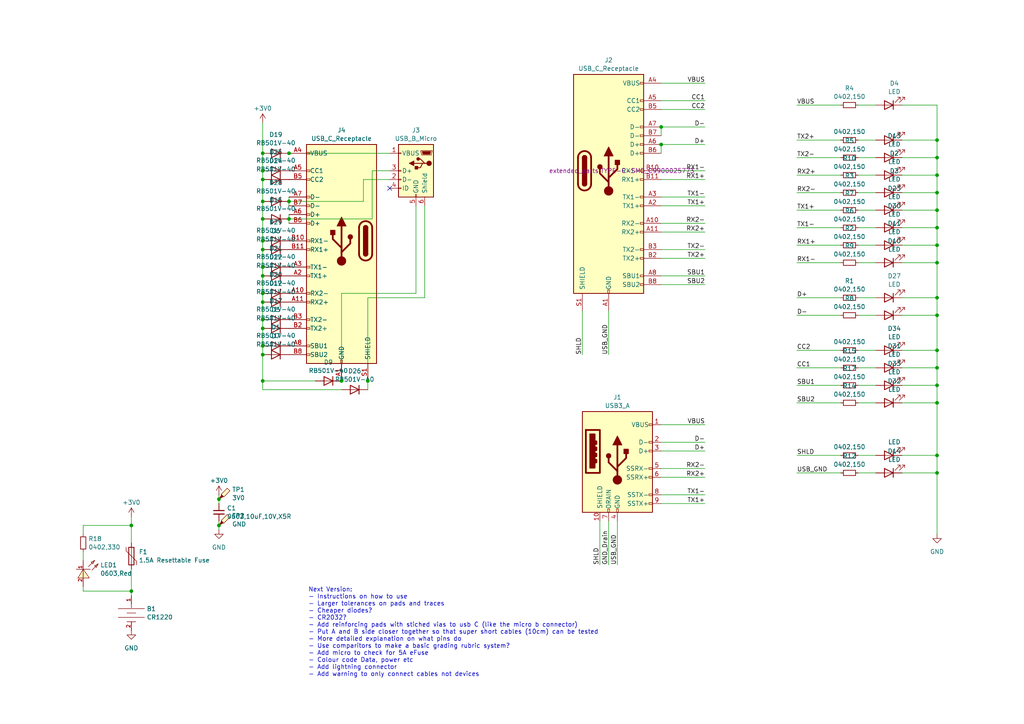
<source format=kicad_sch>
(kicad_sch (version 20231120) (generator "eeschema") (generator_version "8.0")
  (paper "A4")
  (title_block (title "USB Cable Tester") (date "2024-07-22") (rev "1.0") (company "Kea Studios") (comment 1 "Chris Dirks"))
  (lib_symbols
    (symbol "Connector:TestPoint_Probe" (pin_numbers hide) (pin_names (offset 0.762) hide)
      (property "Reference" "TP" (at 1.651 5.842 0))
      (property "Value" "TestPoint_Probe" (at 1.651 4.064 0))
      (symbol "TestPoint_Probe_1_1"
        (pin passive line (at 0 0 90) (length 0) (name "1") (number "1"))
      )
    )
    (symbol "Connector:USB3_A" (pin_names (offset 1.016))
      (property "Reference" "J" (at -10.16 15.24 0))
      (property "Value" "USB3_A" (at 10.16 15.24 0))
      (symbol "USB3_A_1_1"
        (pin power_in line (at 12.7 10.16 180) (length 2.54) (name "VBUS") (number "1"))
        (pin passive line (at -5.08 -17.78 90) (length 2.54) (name "SHIELD") (number "10"))
        (pin bidirectional line (at 12.7 5.08 180) (length 2.54) (name "D-") (number "2"))
        (pin bidirectional line (at 12.7 2.54 180) (length 2.54) (name "D+") (number "3"))
        (pin power_in line (at 0 -17.78 90) (length 2.54) (name "GND") (number "4"))
        (pin output line (at 12.7 -2.54 180) (length 2.54) (name "SSRX-") (number "5"))
        (pin output line (at 12.7 -5.08 180) (length 2.54) (name "SSRX+") (number "6"))
        (pin passive line (at -2.54 -17.78 90) (length 2.54) (name "DRAIN") (number "7"))
        (pin input line (at 12.7 -10.16 180) (length 2.54) (name "SSTX-") (number "8"))
        (pin input line (at 12.7 -12.7 180) (length 2.54) (name "SSTX+") (number "9"))
      )
    )
    (symbol "Connector:USB_B_Micro" (pin_names (offset 1.016))
      (property "Reference" "J" (at -5.08 11.43 0))
      (property "Value" "USB_B_Micro" (at -5.08 8.89 0))
      (symbol "USB_B_Micro_1_1"
        (pin power_out line (at 7.62 5.08 180) (length 2.54) (name "VBUS") (number "1"))
        (pin bidirectional line (at 7.62 -2.54 180) (length 2.54) (name "D-") (number "2"))
        (pin bidirectional line (at 7.62 0 180) (length 2.54) (name "D+") (number "3"))
        (pin passive line (at 7.62 -5.08 180) (length 2.54) (name "ID") (number "4"))
        (pin power_out line (at 0 -10.16 90) (length 2.54) (name "GND") (number "5"))
        (pin passive line (at -2.54 -10.16 90) (length 2.54) (name "Shield") (number "6"))
      )
    )
    (symbol "Connector:USB_C_Receptacle" (pin_names (offset 1.016))
      (property "Reference" "J" (at -10.16 29.21 0))
      (property "Value" "USB_C_Receptacle" (at 10.16 29.21 0))
      (symbol "USB_C_Receptacle_1_1"
        (pin passive line (at 0 -40.64 90) (length 5.08) (name "GND") (number "A1"))
        (pin bidirectional line (at 15.24 -15.24 180) (length 5.08) (name "RX2-") (number "A10"))
        (pin bidirectional line (at 15.24 -17.78 180) (length 5.08) (name "RX2+") (number "A11"))
        (pin passive line (at 0 -40.64 90) (length 5.08) hide (name "GND") (number "A12"))
        (pin bidirectional line (at 15.24 -10.16 180) (length 5.08) (name "TX1+") (number "A2"))
        (pin bidirectional line (at 15.24 -7.62 180) (length 5.08) (name "TX1-") (number "A3"))
        (pin passive line (at 15.24 25.4 180) (length 5.08) (name "VBUS") (number "A4"))
        (pin bidirectional line (at 15.24 20.32 180) (length 5.08) (name "CC1") (number "A5"))
        (pin bidirectional line (at 15.24 7.62 180) (length 5.08) (name "D+") (number "A6"))
        (pin bidirectional line (at 15.24 12.7 180) (length 5.08) (name "D-") (number "A7"))
        (pin bidirectional line (at 15.24 -30.48 180) (length 5.08) (name "SBU1") (number "A8"))
        (pin passive line (at 15.24 25.4 180) (length 5.08) hide (name "VBUS") (number "A9"))
        (pin passive line (at 0 -40.64 90) (length 5.08) hide (name "GND") (number "B1"))
        (pin bidirectional line (at 15.24 0 180) (length 5.08) (name "RX1-") (number "B10"))
        (pin bidirectional line (at 15.24 -2.54 180) (length 5.08) (name "RX1+") (number "B11"))
        (pin passive line (at 0 -40.64 90) (length 5.08) hide (name "GND") (number "B12"))
        (pin bidirectional line (at 15.24 -25.4 180) (length 5.08) (name "TX2+") (number "B2"))
        (pin bidirectional line (at 15.24 -22.86 180) (length 5.08) (name "TX2-") (number "B3"))
        (pin passive line (at 15.24 25.4 180) (length 5.08) hide (name "VBUS") (number "B4"))
        (pin bidirectional line (at 15.24 17.78 180) (length 5.08) (name "CC2") (number "B5"))
        (pin bidirectional line (at 15.24 5.08 180) (length 5.08) (name "D+") (number "B6"))
        (pin bidirectional line (at 15.24 10.16 180) (length 5.08) (name "D-") (number "B7"))
        (pin bidirectional line (at 15.24 -33.02 180) (length 5.08) (name "SBU2") (number "B8"))
        (pin passive line (at 15.24 25.4 180) (length 5.08) hide (name "VBUS") (number "B9"))
        (pin passive line (at -7.62 -40.64 90) (length 5.08) (name "SHIELD") (number "S1"))
      )
    )
    (symbol "Device:D" (pin_numbers hide) (pin_names (offset 1.016) hide)
      (property "Reference" "D" (at 0 2.54 0))
      (property "Value" "D" (at 0 -2.54 0))
      (symbol "D_1_1"
        (pin passive line (at -3.81 0 0) (length 2.54) (name "K") (number "1"))
        (pin passive line (at 3.81 0 180) (length 2.54) (name "A") (number "2"))
      )
    )
    (symbol "Device:LED" (pin_numbers hide) (pin_names (offset 1.016) hide)
      (property "Reference" "D" (at 0 2.54 0))
      (property "Value" "LED" (at 0 -2.54 0))
      (symbol "LED_1_1"
        (pin passive line (at -3.81 0 0) (length 2.54) (name "K") (number "1"))
        (pin passive line (at 3.81 0 180) (length 2.54) (name "A") (number "2"))
      )
    )
    (symbol "Device:Polyfuse" (pin_numbers hide) (pin_names (offset 0))
      (property "Reference" "F" (at -2.54 0 90))
      (property "Value" "Polyfuse" (at 2.54 0 90))
      (symbol "Polyfuse_1_1"
        (pin passive line (at 0 3.81 270) (length 1.27) (name "~") (number "1"))
        (pin passive line (at 0 -3.81 90) (length 1.27) (name "~") (number "2"))
      )
    )
    (symbol "jlcpcb-basic-capacitor:0603,10uF,10V,X5R "
      (property "Reference" "C" (at 1.71 0.508 0))
      (property "Value" "0603,10uF,10V,X5R " (at 1.71 -1.016 0))
      (symbol "0603,10uF,10V,X5R _0_0"
        (pin passive line (at 0 2.54 270) (length 2.032) (name "~") (number "1"))
        (pin passive line (at 0 -2.54 90) (length 2.032) (name "~") (number "2"))
      )
    )
    (symbol "jlcpcb-basic-resistor:0402,150"
      (property "Reference" "R" (at 0.762 0.508 0))
      (property "Value" "0402,150" (at 0.762 -1.016 0))
      (symbol "0402,150_0_0"
        (pin passive line (at 0 2.54 270) (length 0.762) (name "~") (number "1"))
        (pin passive line (at 0 -2.54 90) (length 0.762) (name "~") (number "2"))
      )
    )
    (symbol "jlcpcb-basic-resistor:0402,330"
      (property "Reference" "R" (at 0.762 0.508 0))
      (property "Value" "0402,330" (at 0.762 -1.016 0))
      (symbol "0402,330_0_0"
        (pin passive line (at 0 2.54 270) (length 0.762) (name "~") (number "1"))
        (pin passive line (at 0 -2.54 90) (length 0.762) (name "~") (number "2"))
      )
    )
    (symbol "jlcpcb-diodes:0603,Red" (pin_names hide)
      (property "Reference" "LED" (at 0 1.27 0))
      (property "Value" "0603,Red" (at 0 -2.54 0))
      (symbol "0603,Red_0_1"
        (pin unspecified line (at -3.81 0 0) (length 3.81) (name "K") (number "1"))
        (pin unspecified line (at 3.81 0 180) (length 3.81) (name "A") (number "2"))
      )
    )
    (symbol "jlcpcb-extended:CR1220" (pin_names hide)
      (property "Reference" "B" (at 0 1.27 0))
      (property "Value" "CR1220" (at 0 -2.54 0))
      (symbol "CR1220_0_1"
        (pin power_in line (at -5.08 0 0) (length 2.54) (name "+") (number "1"))
        (pin power_in line (at 5.08 0 180) (length 2.54) (name "-") (number "2"))
      )
    )
    (symbol "power:+3V0" (power) (pin_numbers hide) (pin_names (offset 0) hide)
      (property "Value" "+3V0" (at 0 3.556 0))
      (symbol "+3V0_1_1"
        (pin power_in line (at 0 0 90) (length 0) (name "~") (number "1"))
      )
    )
    (symbol "power:GND" (power) (pin_names (offset 0))
      (property "Value" "GND" (at 0 -3.81 0))
      (symbol "GND_1_1"
        (pin power_in line (at 0 0 270) (length 0) hide (name "GND") (number "1"))
      )
    )
  )
  (junction (at 76.2 110.49))
  (junction (at 99.06 110.49))
  (junction (at 83.82 63.5))
  (junction (at 63.5 152.4))
  (junction (at 83.82 58.42))
  (junction (at 191.77 36.83))
  (junction (at 271.78 132.08))
  (junction (at 76.2 72.39))
  (junction (at 76.2 80.01))
  (junction (at 271.78 60.96))
  (junction (at 271.78 55.88))
  (junction (at 76.2 87.63))
  (junction (at 76.2 69.85))
  (junction (at 76.2 95.25))
  (junction (at 83.82 44.45))
  (junction (at 76.2 63.5))
  (junction (at 271.78 106.68))
  (junction (at 271.78 116.84))
  (junction (at 38.1 171.45))
  (junction (at 38.1 152.4))
  (junction (at 106.68 110.49))
  (junction (at 76.2 44.45))
  (junction (at 271.78 111.76))
  (junction (at 271.78 91.44))
  (junction (at 271.78 50.8))
  (junction (at 271.78 76.2))
  (junction (at 76.2 58.42))
  (junction (at 76.2 100.33))
  (junction (at 271.78 45.72))
  (junction (at 76.2 49.53))
  (junction (at 76.2 77.47))
  (junction (at 76.2 102.87))
  (junction (at 271.78 101.6))
  (junction (at 63.5 144.78))
  (junction (at 271.78 66.04))
  (junction (at 191.77 41.91))
  (junction (at 271.78 137.16))
  (junction (at 271.78 71.12))
  (junction (at 76.2 85.09))
  (junction (at 271.78 40.64))
  (junction (at 271.78 86.36))
  (junction (at 76.2 52.07))
  (junction (at 76.2 92.71))
  (no_connect (at 113.03 54.61))
  (wire (pts (xy 191.77 41.91) (xy 191.77 44.45)))
  (wire (pts (xy 261.62 71.12) (xy 271.78 71.12)))
  (wire (pts (xy 191.77 123.19) (xy 204.47 123.19)))
  (wire (pts (xy 248.92 137.16) (xy 254 137.16)))
  (wire (pts (xy 271.78 116.84) (xy 271.78 132.08)))
  (wire (pts (xy 176.53 151.13) (xy 176.53 163.83)))
  (wire (pts (xy 261.62 55.88) (xy 271.78 55.88)))
  (wire (pts (xy 76.2 72.39) (xy 76.2 77.47)))
  (wire (pts (xy 99.06 113.03) (xy 76.2 113.03)))
  (wire (pts (xy 191.77 128.27) (xy 204.47 128.27)))
  (wire (pts (xy 243.84 132.08) (xy 231.14 132.08)))
  (wire (pts (xy 243.84 40.64) (xy 231.14 40.64)))
  (wire (pts (xy 191.77 36.83) (xy 204.47 36.83)))
  (wire (pts (xy 106.68 86.36) (xy 106.68 110.49)))
  (wire (pts (xy 261.62 66.04) (xy 271.78 66.04)))
  (wire (pts (xy 191.77 24.13) (xy 204.47 24.13)))
  (wire (pts (xy 191.77 135.89) (xy 204.47 135.89)))
  (wire (pts (xy 191.77 41.91) (xy 204.47 41.91)))
  (wire (pts (xy 248.92 111.76) (xy 254 111.76)))
  (wire (pts (xy 243.84 45.72) (xy 231.14 45.72)))
  (wire (pts (xy 76.2 100.33) (xy 76.2 102.87)))
  (wire (pts (xy 191.77 64.77) (xy 204.47 64.77)))
  (wire (pts (xy 248.92 40.64) (xy 254 40.64)))
  (wire (pts (xy 99.06 110.49) (xy 99.06 85.09)))
  (wire (pts (xy 243.84 30.48) (xy 231.14 30.48)))
  (wire (pts (xy 248.92 91.44) (xy 254 91.44)))
  (wire (pts (xy 243.84 55.88) (xy 231.14 55.88)))
  (wire (pts (xy 261.62 101.6) (xy 271.78 101.6)))
  (wire (pts (xy 248.92 30.48) (xy 254 30.48)))
  (wire (pts (xy 76.2 63.5) (xy 76.2 69.85)))
  (wire (pts (xy 248.92 101.6) (xy 254 101.6)))
  (wire (pts (xy 191.77 72.39) (xy 204.47 72.39)))
  (wire (pts (xy 191.77 67.31) (xy 204.47 67.31)))
  (wire (pts (xy 76.2 44.45) (xy 76.2 49.53)))
  (wire (pts (xy 248.92 71.12) (xy 254 71.12)))
  (wire (pts (xy 24.13 152.4) (xy 38.1 152.4)))
  (wire (pts (xy 271.78 30.48) (xy 271.78 40.64)))
  (wire (pts (xy 191.77 130.81) (xy 204.47 130.81)))
  (wire (pts (xy 243.84 76.2) (xy 231.14 76.2)))
  (wire (pts (xy 76.2 110.49) (xy 76.2 102.87)))
  (wire (pts (xy 261.62 111.76) (xy 271.78 111.76)))
  (wire (pts (xy 24.13 152.4) (xy 24.13 154.94)))
  (wire (pts (xy 76.2 95.25) (xy 76.2 100.33)))
  (wire (pts (xy 76.2 113.03) (xy 76.2 110.49)))
  (wire (pts (xy 38.1 152.4) (xy 38.1 157.48)))
  (wire (pts (xy 105.41 58.42) (xy 105.41 52.07)))
  (wire (pts (xy 83.82 63.5) (xy 83.82 64.77)))
  (wire (pts (xy 261.62 91.44) (xy 271.78 91.44)))
  (wire (pts (xy 99.06 85.09) (xy 120.65 85.09)))
  (wire (pts (xy 76.2 85.09) (xy 76.2 87.63)))
  (wire (pts (xy 271.78 76.2) (xy 271.78 86.36)))
  (wire (pts (xy 76.2 87.63) (xy 76.2 92.71)))
  (wire (pts (xy 179.07 151.13) (xy 179.07 163.83)))
  (wire (pts (xy 248.92 106.68) (xy 254 106.68)))
  (wire (pts (xy 191.77 138.43) (xy 204.47 138.43)))
  (wire (pts (xy 107.95 63.5) (xy 107.95 49.53)))
  (wire (pts (xy 243.84 50.8) (xy 231.14 50.8)))
  (wire (pts (xy 38.1 149.86) (xy 38.1 152.4)))
  (wire (pts (xy 191.77 36.83) (xy 191.77 39.37)))
  (wire (pts (xy 24.13 171.45) (xy 38.1 171.45)))
  (wire (pts (xy 271.78 91.44) (xy 271.78 101.6)))
  (wire (pts (xy 261.62 30.48) (xy 271.78 30.48)))
  (wire (pts (xy 83.82 62.23) (xy 83.82 63.5)))
  (wire (pts (xy 24.13 162.56) (xy 24.13 160.02)))
  (wire (pts (xy 261.62 60.96) (xy 271.78 60.96)))
  (wire (pts (xy 76.2 92.71) (xy 76.2 95.25)))
  (wire (pts (xy 76.2 69.85) (xy 76.2 72.39)))
  (wire (pts (xy 271.78 40.64) (xy 271.78 45.72)))
  (wire (pts (xy 248.92 76.2) (xy 254 76.2)))
  (wire (pts (xy 261.62 76.2) (xy 271.78 76.2)))
  (wire (pts (xy 76.2 77.47) (xy 76.2 80.01)))
  (wire (pts (xy 248.92 55.88) (xy 254 55.88)))
  (wire (pts (xy 271.78 45.72) (xy 271.78 50.8)))
  (wire (pts (xy 248.92 132.08) (xy 254 132.08)))
  (wire (pts (xy 243.84 71.12) (xy 231.14 71.12)))
  (wire (pts (xy 76.2 110.49) (xy 91.44 110.49)))
  (wire (pts (xy 243.84 116.84) (xy 231.14 116.84)))
  (wire (pts (xy 243.84 91.44) (xy 231.14 91.44)))
  (wire (pts (xy 271.78 71.12) (xy 271.78 76.2)))
  (wire (pts (xy 271.78 101.6) (xy 271.78 106.68)))
  (wire (pts (xy 191.77 74.93) (xy 204.47 74.93)))
  (wire (pts (xy 261.62 45.72) (xy 271.78 45.72)))
  (wire (pts (xy 261.62 40.64) (xy 271.78 40.64)))
  (wire (pts (xy 248.92 66.04) (xy 254 66.04)))
  (wire (pts (xy 243.84 60.96) (xy 231.14 60.96)))
  (wire (pts (xy 63.5 144.78) (xy 63.5 146.05)))
  (wire (pts (xy 38.1 165.1) (xy 38.1 171.45)))
  (wire (pts (xy 106.68 110.49) (xy 106.68 113.03)))
  (wire (pts (xy 83.82 57.15) (xy 83.82 58.42)))
  (wire (pts (xy 271.78 50.8) (xy 271.78 55.88)))
  (wire (pts (xy 76.2 58.42) (xy 76.2 63.5)))
  (wire (pts (xy 176.53 90.17) (xy 176.53 102.87)))
  (wire (pts (xy 271.78 86.36) (xy 271.78 91.44)))
  (wire (pts (xy 191.77 52.07) (xy 204.47 52.07)))
  (wire (pts (xy 248.92 50.8) (xy 254 50.8)))
  (wire (pts (xy 105.41 52.07) (xy 113.03 52.07)))
  (wire (pts (xy 261.62 116.84) (xy 271.78 116.84)))
  (wire (pts (xy 243.84 101.6) (xy 231.14 101.6)))
  (wire (pts (xy 271.78 137.16) (xy 271.78 154.94)))
  (wire (pts (xy 248.92 116.84) (xy 254 116.84)))
  (wire (pts (xy 83.82 63.5) (xy 107.95 63.5)))
  (wire (pts (xy 261.62 137.16) (xy 271.78 137.16)))
  (wire (pts (xy 191.77 49.53) (xy 204.47 49.53)))
  (wire (pts (xy 63.5 152.4) (xy 63.5 151.13)))
  (wire (pts (xy 271.78 55.88) (xy 271.78 60.96)))
  (wire (pts (xy 243.84 111.76) (xy 231.14 111.76)))
  (wire (pts (xy 191.77 59.69) (xy 204.47 59.69)))
  (wire (pts (xy 191.77 146.05) (xy 204.47 146.05)))
  (wire (pts (xy 261.62 106.68) (xy 271.78 106.68)))
  (wire (pts (xy 243.84 66.04) (xy 231.14 66.04)))
  (wire (pts (xy 63.5 143.51) (xy 63.5 144.78)))
  (wire (pts (xy 261.62 132.08) (xy 271.78 132.08)))
  (wire (pts (xy 243.84 137.16) (xy 231.14 137.16)))
  (wire (pts (xy 191.77 31.75) (xy 204.47 31.75)))
  (wire (pts (xy 248.92 86.36) (xy 254 86.36)))
  (wire (pts (xy 261.62 86.36) (xy 271.78 86.36)))
  (wire (pts (xy 271.78 66.04) (xy 271.78 71.12)))
  (wire (pts (xy 243.84 106.68) (xy 231.14 106.68)))
  (wire (pts (xy 123.19 59.69) (xy 123.19 86.36)))
  (wire (pts (xy 191.77 29.21) (xy 204.47 29.21)))
  (wire (pts (xy 123.19 86.36) (xy 106.68 86.36)))
  (wire (pts (xy 63.5 153.67) (xy 63.5 152.4)))
  (wire (pts (xy 248.92 45.72) (xy 254 45.72)))
  (wire (pts (xy 271.78 106.68) (xy 271.78 111.76)))
  (wire (pts (xy 24.13 170.18) (xy 24.13 171.45)))
  (wire (pts (xy 191.77 80.01) (xy 204.47 80.01)))
  (wire (pts (xy 243.84 86.36) (xy 231.14 86.36)))
  (wire (pts (xy 191.77 143.51) (xy 204.47 143.51)))
  (wire (pts (xy 271.78 60.96) (xy 271.78 66.04)))
  (wire (pts (xy 168.91 90.17) (xy 168.91 102.87)))
  (wire (pts (xy 76.2 80.01) (xy 76.2 85.09)))
  (wire (pts (xy 38.1 171.45) (xy 38.1 172.72)))
  (wire (pts (xy 107.95 49.53) (xy 113.03 49.53)))
  (wire (pts (xy 76.2 49.53) (xy 76.2 52.07)))
  (wire (pts (xy 261.62 50.8) (xy 271.78 50.8)))
  (wire (pts (xy 76.2 35.56) (xy 76.2 44.45)))
  (wire (pts (xy 83.82 58.42) (xy 83.82 59.69)))
  (wire (pts (xy 83.82 58.42) (xy 105.41 58.42)))
  (wire (pts (xy 191.77 57.15) (xy 204.47 57.15)))
  (wire (pts (xy 248.92 60.96) (xy 254 60.96)))
  (wire (pts (xy 120.65 85.09) (xy 120.65 59.69)))
  (wire (pts (xy 271.78 132.08) (xy 271.78 137.16)))
  (wire (pts (xy 173.99 151.13) (xy 173.99 163.83)))
  (wire (pts (xy 191.77 82.55) (xy 204.47 82.55)))
  (wire (pts (xy 271.78 111.76) (xy 271.78 116.84)))
  (wire (pts (xy 76.2 52.07) (xy 76.2 58.42)))
  (wire (pts (xy 83.82 44.45) (xy 113.03 44.45)))
  (text "Next Version:\n- Instructions on how to use\n- Larger tolerances on pads and traces\n- Cheaper diodes?\n- CR2032?\n- Add reinforcing pads with stiched vias to usb C (like the micro b connector)\n- Put A and B side closer together so that super short cables (10cm) can be tested\n- More detailed explanation on what pins do\n- Use comparitors to make a basic grading rubric system?\n- Add micro to check for 5A eFuse\n- Colour code Data, power etc\n- Add lightning connector\n- Add warning to only connect cables not devices" (at 89.408 183.388 0) (effects (font (size 1.27 1.27)) (justify left)))
  (label "SHLD" (at 173.99 163.83 90))
  (label "RX2-" (at 204.47 135.89 180))
  (label "TX2-" (at 204.47 72.39 180))
  (label "RX2+" (at 204.47 138.43 180))
  (label "VBUS" (at 204.47 24.13 180))
  (label "TX1+" (at 231.14 60.96 0))
  (label "RX1+" (at 231.14 71.12 0))
  (label "RX2-" (at 204.47 64.77 180))
  (label "TX2-" (at 231.14 45.72 0))
  (label "D+" (at 231.14 86.36 0))
  (label "D-" (at 231.14 91.44 0))
  (label "D+" (at 204.47 130.81 180))
  (label "SHLD" (at 168.91 102.87 90))
  (label "RX1-" (at 231.14 76.2 0))
  (label "TX1-" (at 204.47 143.51 180))
  (label "D-" (at 204.47 36.83 180))
  (label "VBUS" (at 204.47 123.19 180))
  (label "TX2+" (at 231.14 40.64 0))
  (label "CC1" (at 231.14 106.68 0))
  (label "VBUS" (at 231.14 30.48 0))
  (label "USB_GND" (at 176.53 102.87 90))
  (label "RX1-" (at 204.47 49.53 180))
  (label "SBU2" (at 204.47 82.55 180))
  (label "USB_GND" (at 231.14 137.16 0))
  (label "USB_GND" (at 179.07 163.83 90))
  (label "TX1+" (at 204.47 146.05 180))
  (label "RX2+" (at 231.14 50.8 0))
  (label "D-" (at 204.47 128.27 180))
  (label "CC2" (at 231.14 101.6 0))
  (label "SBU1" (at 204.47 80.01 180))
  (label "TX1-" (at 231.14 66.04 0))
  (label "CC1" (at 204.47 29.21 180))
  (label "RX2+" (at 204.47 67.31 180))
  (label "TX1+" (at 204.47 59.69 180))
  (label "SBU1" (at 231.14 111.76 0))
  (label "RX2-" (at 231.14 55.88 0))
  (label "TX2+" (at 204.47 74.93 180))
  (label "GND_Drain" (at 176.53 163.83 90))
  (label "SHLD" (at 231.14 132.08 0))
  (label "TX1-" (at 204.47 57.15 180))
  (label "D+" (at 204.47 41.91 180))
  (label "SBU2" (at 231.14 116.84 0))
  (label "CC2" (at 204.47 31.75 180))
  (label "RX1+" (at 204.47 52.07 180))
  (symbol (lib_id "Device:D") (at 80.01 77.47 180) (unit 1)
    (property "Reference" "D21" (at 80.01 72.0555 0))
    (property "Value" "RB501V-40" (at 80.01 74.4798 0))
    (property "Footprint" "Diode_SMD:D_SOD-323" (effects (hide yes)))
    (property "Description" "Diode" (effects (hide yes)))
    (property "Sim.Device" "D" (effects (hide yes)))
    (property "Sim.Pins" "1=K 2=A" (effects (hide yes)))
    (property "LCSC" "C7502717" (effects (hide yes)))
  )
  (symbol (lib_id "power:GND") (at 38.1 182.88 0) (unit 1)
    (property "Reference" "#PWR02" (effects (hide yes)))
    (property "Value" "GND" (at 38.1 187.96 0))
  )
  (symbol (lib_id "jlcpcb-diodes:0603,Red") (at 24.13 166.37 270) (unit 1)
    (property "Reference" "LED1" (at 29.083 163.8878 90) (effects (justify left)))
    (property "Value" "0603,Red" (at 29.083 166.3121 90) (effects (justify left)))
    (property "Footprint" "footprint:LED0603" (effects (hide yes)))
    (property "Datasheet" "https://item.szlcsc.com/347874.html" (effects (hide yes)))
    (property "LCSC" "C2286" (effects (hide yes)))
  )
  (symbol (lib_id "jlcpcb-basic-resistor:0402,150") (at 246.38 111.76 90) (unit 1)
    (property "Reference" "R17" (at 246.38 106.8789 90))
    (property "Value" "0402,150" (at 246.38 109.3032 90))
    (property "Footprint" "footprint:0402_1005Metric" (effects (hide yes)))
    (property "Datasheet" "https://datasheet.lcsc.com/lcsc/2110252230_UNI-ROYAL-Uniroyal-Elec-0402WGF1500TCE_C25082.pdf" (effects (hide yes)))
    (property "Description" "1% 1 16W Thick Film Resistors 50V   100ppm    -55    155   150   0402 Chip Resistor - Surface Mount ROHS" (effects (hide yes)))
    (property "LCSC" "C25082" (effects (hide yes)))
    (property "MFG" "UNI-ROYAL(Uniroyal Elec)" (effects (hide yes)))
    (property "MFGPN" "0402WGF1500TCE" (effects (hide yes)))
  )
  (symbol (lib_id "Device:D") (at 80.01 69.85 180) (unit 1)
    (property "Reference" "D29" (at 80.01 64.4355 0))
    (property "Value" "RB501V-40" (at 80.01 66.8598 0))
    (property "Footprint" "Diode_SMD:D_SOD-323" (effects (hide yes)))
    (property "Description" "Diode" (effects (hide yes)))
    (property "Sim.Device" "D" (effects (hide yes)))
    (property "Sim.Pins" "1=K 2=A" (effects (hide yes)))
    (property "LCSC" "C7502717" (effects (hide yes)))
  )
  (symbol (lib_id "jlcpcb-basic-resistor:0402,150") (at 246.38 91.44 90) (unit 1)
    (property "Reference" "R8" (at 246.38 86.5589 90))
    (property "Value" "0402,150" (at 246.38 88.9832 90))
    (property "Footprint" "footprint:0402_1005Metric" (effects (hide yes)))
    (property "Datasheet" "https://datasheet.lcsc.com/lcsc/2110252230_UNI-ROYAL-Uniroyal-Elec-0402WGF1500TCE_C25082.pdf" (effects (hide yes)))
    (property "Description" "1% 1 16W Thick Film Resistors 50V   100ppm    -55    155   150   0402 Chip Resistor - Surface Mount ROHS" (effects (hide yes)))
    (property "LCSC" "C25082" (effects (hide yes)))
    (property "MFG" "UNI-ROYAL(Uniroyal Elec)" (effects (hide yes)))
    (property "MFGPN" "0402WGF1500TCE" (effects (hide yes)))
  )
  (symbol (lib_id "jlcpcb-basic-resistor:0402,150") (at 246.38 116.84 90) (unit 1)
    (property "Reference" "R14" (at 246.38 111.9589 90))
    (property "Value" "0402,150" (at 246.38 114.3832 90))
    (property "Footprint" "footprint:0402_1005Metric" (effects (hide yes)))
    (property "Datasheet" "https://datasheet.lcsc.com/lcsc/2110252230_UNI-ROYAL-Uniroyal-Elec-0402WGF1500TCE_C25082.pdf" (effects (hide yes)))
    (property "Description" "1% 1 16W Thick Film Resistors 50V   100ppm    -55    155   150   0402 Chip Resistor - Surface Mount ROHS" (effects (hide yes)))
    (property "LCSC" "C25082" (effects (hide yes)))
    (property "MFG" "UNI-ROYAL(Uniroyal Elec)" (effects (hide yes)))
    (property "MFGPN" "0402WGF1500TCE" (effects (hide yes)))
  )
  (symbol (lib_id "jlcpcb-basic-resistor:0402,330") (at 24.13 157.48 0) (unit 1)
    (property "Reference" "R18" (at 25.6286 156.2678 0) (effects (justify left)))
    (property "Value" "0402,330" (at 25.6286 158.6921 0) (effects (justify left)))
    (property "Footprint" "footprint:0402_1005Metric" (effects (hide yes)))
    (property "Datasheet" "https://datasheet.lcsc.com/lcsc/2110252230_UNI-ROYAL-Uniroyal-Elec-0402WGF3300TCE_C25104.pdf" (effects (hide yes)))
    (property "Description" "1% 1 16W Thick Film Resistors 50V   100ppm    -55    155   330   0402 Chip Resistor - Surface Mount ROHS" (effects (hide yes)))
    (property "LCSC" "C25104" (effects (hide yes)))
    (property "MFG" "UNI-ROYAL(Uniroyal Elec)" (effects (hide yes)))
    (property "MFGPN" "0402WGF3300TCE" (effects (hide yes)))
  )
  (symbol (lib_id "jlcpcb-basic-resistor:0402,150") (at 246.38 101.6 90) (unit 1)
    (property "Reference" "R16" (effects (hide yes)))
    (property "Value" "0402,150" (at 246.38 99.1432 90))
    (property "Footprint" "footprint:0402_1005Metric" (effects (hide yes)))
    (property "Datasheet" "https://datasheet.lcsc.com/lcsc/2110252230_UNI-ROYAL-Uniroyal-Elec-0402WGF1500TCE_C25082.pdf" (effects (hide yes)))
    (property "Description" "1% 1 16W Thick Film Resistors 50V   100ppm    -55    155   150   0402 Chip Resistor - Surface Mount ROHS" (effects (hide yes)))
    (property "LCSC" "C25082" (effects (hide yes)))
    (property "MFG" "UNI-ROYAL(Uniroyal Elec)" (effects (hide yes)))
    (property "MFGPN" "0402WGF1500TCE" (effects (hide yes)))
  )
  (symbol (lib_id "power:+3V0") (at 38.1 149.86 0) (unit 1)
    (property "Reference" "#PWR05" (effects (hide yes)))
    (property "Value" "+3V0" (at 38.1 145.7269 0))
    (property "Description" "Power symbol creates a global label with name \"+3V0\"" (effects (hide yes)))
  )
  (symbol (lib_id "jlcpcb-basic-resistor:0402,150") (at 246.38 76.2 90) (unit 1)
    (property "Reference" "R9" (at 246.38 71.3189 90))
    (property "Value" "0402,150" (at 246.38 73.7432 90))
    (property "Footprint" "footprint:0402_1005Metric" (effects (hide yes)))
    (property "Datasheet" "https://datasheet.lcsc.com/lcsc/2110252230_UNI-ROYAL-Uniroyal-Elec-0402WGF1500TCE_C25082.pdf" (effects (hide yes)))
    (property "Description" "1% 1 16W Thick Film Resistors 50V   100ppm    -55    155   150   0402 Chip Resistor - Surface Mount ROHS" (effects (hide yes)))
    (property "LCSC" "C25082" (effects (hide yes)))
    (property "MFG" "UNI-ROYAL(Uniroyal Elec)" (effects (hide yes)))
    (property "MFGPN" "0402WGF1500TCE" (effects (hide yes)))
  )
  (symbol (lib_id "Connector:USB_B_Micro") (at 120.65 49.53 0) (mirror y) (unit 1)
    (property "Reference" "J3" (at 120.65 37.7655 0))
    (property "Value" "USB_B_Micro" (at 120.65 40.1898 0))
    (property "Footprint" "Connector_USB:USB_Micro-B_XKB_U254-051T-4BH83-F1S" (effects (hide yes)))
    (property "Description" "USB Micro Type B connector" (effects (hide yes)))
    (property "LCSC" "C2682231" (effects (hide yes)))
  )
  (symbol (lib_id "Connector:TestPoint_Probe") (at 63.5 152.4 0) (unit 1)
    (property "Reference" "TP2" (at 67.31 149.6003 0) (effects (justify left)))
    (property "Value" "GND" (at 67.31 152.0246 0) (effects (justify left)))
    (property "Footprint" "TestPoint:TestPoint_Loop_D1.80mm_Drill1.0mm_Beaded" (effects (hide yes)))
    (property "Description" "test point (alternative probe-style design)" (effects (hide yes)))
  )
  (symbol (lib_id "Device:LED") (at 257.81 30.48 180) (unit 1)
    (property "Reference" "D4" (at 259.3975 24.1765 0))
    (property "Value" "LED" (at 259.3975 26.6008 0))
    (property "Footprint" "LED_SMD:LED_0603_1608Metric" (effects (hide yes)))
    (property "Description" "Light emitting diode" (effects (hide yes)))
    (property "LCSC" "C2986059" (effects (hide yes)))
  )
  (symbol (lib_id "jlcpcb-basic-resistor:0402,150") (at 246.38 137.16 90) (unit 1)
    (property "Reference" "R12" (at 246.38 132.2789 90))
    (property "Value" "0402,150" (at 246.38 134.7032 90))
    (property "Footprint" "footprint:0402_1005Metric" (effects (hide yes)))
    (property "Datasheet" "https://datasheet.lcsc.com/lcsc/2110252230_UNI-ROYAL-Uniroyal-Elec-0402WGF1500TCE_C25082.pdf" (effects (hide yes)))
    (property "Description" "1% 1 16W Thick Film Resistors 50V   100ppm    -55    155   150   0402 Chip Resistor - Surface Mount ROHS" (effects (hide yes)))
    (property "LCSC" "C25082" (effects (hide yes)))
    (property "MFG" "UNI-ROYAL(Uniroyal Elec)" (effects (hide yes)))
    (property "MFGPN" "0402WGF1500TCE" (effects (hide yes)))
  )
  (symbol (lib_id "jlcpcb-basic-resistor:0402,150") (at 246.38 40.64 90) (unit 1)
    (property "Reference" "R11" (effects (hide yes)))
    (property "Value" "0402,150" (at 246.38 38.1832 90))
    (property "Footprint" "footprint:0402_1005Metric" (effects (hide yes)))
    (property "Datasheet" "https://datasheet.lcsc.com/lcsc/2110252230_UNI-ROYAL-Uniroyal-Elec-0402WGF1500TCE_C25082.pdf" (effects (hide yes)))
    (property "Description" "1% 1 16W Thick Film Resistors 50V   100ppm    -55    155   150   0402 Chip Resistor - Surface Mount ROHS" (effects (hide yes)))
    (property "LCSC" "C25082" (effects (hide yes)))
    (property "MFG" "UNI-ROYAL(Uniroyal Elec)" (effects (hide yes)))
    (property "MFGPN" "0402WGF1500TCE" (effects (hide yes)))
  )
  (symbol (lib_id "jlcpcb-basic-resistor:0402,150") (at 246.38 55.88 90) (unit 1)
    (property "Reference" "R3" (at 246.38 50.9989 90))
    (property "Value" "0402,150" (at 246.38 53.4232 90))
    (property "Footprint" "footprint:0402_1005Metric" (effects (hide yes)))
    (property "Datasheet" "https://datasheet.lcsc.com/lcsc/2110252230_UNI-ROYAL-Uniroyal-Elec-0402WGF1500TCE_C25082.pdf" (effects (hide yes)))
    (property "Description" "1% 1 16W Thick Film Resistors 50V   100ppm    -55    155   150   0402 Chip Resistor - Surface Mount ROHS" (effects (hide yes)))
    (property "LCSC" "C25082" (effects (hide yes)))
    (property "MFG" "UNI-ROYAL(Uniroyal Elec)" (effects (hide yes)))
    (property "MFGPN" "0402WGF1500TCE" (effects (hide yes)))
  )
  (symbol (lib_id "Device:D") (at 80.01 72.39 180) (unit 1)
    (property "Reference" "D6" (at 80.01 66.9755 0))
    (property "Value" "RB501V-40" (at 80.01 69.3998 0))
    (property "Footprint" "Diode_SMD:D_SOD-323" (effects (hide yes)))
    (property "Description" "Diode" (effects (hide yes)))
    (property "Sim.Device" "D" (effects (hide yes)))
    (property "Sim.Pins" "1=K 2=A" (effects (hide yes)))
    (property "LCSC" "C7502717" (effects (hide yes)))
  )
  (symbol (lib_id "Device:Polyfuse") (at 38.1 161.29 0) (unit 1)
    (property "Reference" "F1" (at 40.259 160.0778 0) (effects (justify left)))
    (property "Value" "1.5A Resettable Fuse" (at 40.259 162.5021 0) (effects (justify left)))
    (property "Footprint" "Fuse:Fuse_1206_3216Metric" (effects (hide yes)))
    (property "Description" "Resettable fuse, polymeric positive temperature coefficient" (effects (hide yes)))
    (property "LCSC" "C2838983" (effects (hide yes)))
  )
  (symbol (lib_id "Device:D") (at 80.01 63.5 180) (unit 1)
    (property "Reference" "D15" (at 80.01 58.0855 0))
    (property "Value" "RB501V-40" (at 80.01 60.5098 0))
    (property "Footprint" "Diode_SMD:D_SOD-323" (effects (hide yes)))
    (property "Description" "Diode" (effects (hide yes)))
    (property "Sim.Device" "D" (effects (hide yes)))
    (property "Sim.Pins" "1=K 2=A" (effects (hide yes)))
    (property "LCSC" "C7502717" (effects (hide yes)))
  )
  (symbol (lib_id "Device:LED") (at 257.81 50.8 180) (unit 1)
    (property "Reference" "D2" (at 259.3975 44.4965 0))
    (property "Value" "LED" (at 259.3975 46.9208 0))
    (property "Footprint" "LED_SMD:LED_0603_1608Metric" (effects (hide yes)))
    (property "Description" "Light emitting diode" (effects (hide yes)))
    (property "LCSC" "C2986059" (effects (hide yes)))
  )
  (symbol (lib_id "Device:LED") (at 257.81 45.72 180) (unit 1)
    (property "Reference" "D13" (at 259.3975 39.4165 0))
    (property "Value" "LED" (at 259.3975 41.8408 0))
    (property "Footprint" "LED_SMD:LED_0603_1608Metric" (effects (hide yes)))
    (property "Description" "Light emitting diode" (effects (hide yes)))
    (property "LCSC" "C2986059" (effects (hide yes)))
  )
  (symbol (lib_id "Device:LED") (at 257.81 101.6 180) (unit 1)
    (property "Reference" "D34" (at 259.3975 95.2965 0))
    (property "Value" "LED" (at 259.3975 97.7208 0))
    (property "Footprint" "LED_SMD:LED_0603_1608Metric" (effects (hide yes)))
    (property "Description" "Light emitting diode" (effects (hide yes)))
    (property "LCSC" "C2986059" (effects (hide yes)))
  )
  (symbol (lib_id "jlcpcb-basic-resistor:0402,150") (at 246.38 50.8 90) (unit 1)
    (property "Reference" "R10" (at 246.38 45.9189 90))
    (property "Value" "0402,150" (at 246.38 48.3432 90))
    (property "Footprint" "footprint:0402_1005Metric" (effects (hide yes)))
    (property "Datasheet" "https://datasheet.lcsc.com/lcsc/2110252230_UNI-ROYAL-Uniroyal-Elec-0402WGF1500TCE_C25082.pdf" (effects (hide yes)))
    (property "Description" "1% 1 16W Thick Film Resistors 50V   100ppm    -55    155   150   0402 Chip Resistor - Surface Mount ROHS" (effects (hide yes)))
    (property "LCSC" "C25082" (effects (hide yes)))
    (property "MFG" "UNI-ROYAL(Uniroyal Elec)" (effects (hide yes)))
    (property "MFGPN" "0402WGF1500TCE" (effects (hide yes)))
  )
  (symbol (lib_id "Device:D") (at 102.87 113.03 180) (unit 1)
    (property "Reference" "D26" (at 102.87 107.6155 0))
    (property "Value" "RB501V-40" (at 102.87 110.0398 0))
    (property "Footprint" "Diode_SMD:D_SOD-323" (effects (hide yes)))
    (property "Description" "Diode" (effects (hide yes)))
    (property "Sim.Device" "D" (effects (hide yes)))
    (property "Sim.Pins" "1=K 2=A" (effects (hide yes)))
    (property "LCSC" "C7502717" (effects (hide yes)))
  )
  (symbol (lib_id "Connector:USB_C_Receptacle") (at 176.53 49.53 0) (unit 1)
    (property "Reference" "J2" (at 176.53 17.4455 0))
    (property "Value" "USB_C_Receptacle" (at 176.53 19.8698 0))
    (property "Footprint" "extended_parts:TYPE-C-SMD_C9900025773" (at 180.34 49.53 0))
    (property "Datasheet" "https://www.usb.org/sites/default/files/documents/usb_type-c.zip" (effects (hide yes)))
    (property "Description" "USB Full-Featured Type-C Receptacle connector" (effects (hide yes)))
    (property "LCSC" "C5156605" (effects (hide yes)))
  )
  (symbol (lib_id "Device:D") (at 80.01 58.42 180) (unit 1)
    (property "Reference" "D28" (at 80.01 53.0055 0))
    (property "Value" "RB501V-40" (at 80.01 55.4298 0))
    (property "Footprint" "Diode_SMD:D_SOD-323" (effects (hide yes)))
    (property "Description" "Diode" (effects (hide yes)))
    (property "Sim.Device" "D" (effects (hide yes)))
    (property "Sim.Pins" "1=K 2=A" (effects (hide yes)))
    (property "LCSC" "C7502717" (effects (hide yes)))
  )
  (symbol (lib_id "Connector:USB_C_Receptacle") (at 99.06 69.85 0) (mirror y) (unit 1)
    (property "Reference" "J4" (at 99.06 37.7655 0))
    (property "Value" "USB_C_Receptacle" (at 99.06 40.1898 0))
    (property "Footprint" "extended_parts:TYPE-C-SMD_C9900025773" (effects (hide yes)))
    (property "Datasheet" "https://www.usb.org/sites/default/files/documents/usb_type-c.zip" (effects (hide yes)))
    (property "Description" "USB Full-Featured Type-C Receptacle connector" (effects (hide yes)))
    (property "LCSC" "C5156605" (effects (hide yes)))
  )
  (symbol (lib_id "Device:LED") (at 257.81 66.04 180) (unit 1)
    (property "Reference" "D30" (at 259.3975 59.7365 0))
    (property "Value" "LED" (at 259.3975 62.1608 0))
    (property "Footprint" "LED_SMD:LED_0603_1608Metric" (effects (hide yes)))
    (property "Description" "Light emitting diode" (effects (hide yes)))
    (property "LCSC" "C2986059" (effects (hide yes)))
  )
  (symbol (lib_id "Device:LED") (at 257.81 55.88 180) (unit 1)
    (property "Reference" "D3" (at 259.3975 49.5765 0))
    (property "Value" "LED" (at 259.3975 52.0008 0))
    (property "Footprint" "LED_SMD:LED_0603_1608Metric" (effects (hide yes)))
    (property "Description" "Light emitting diode" (effects (hide yes)))
    (property "LCSC" "C2986059" (effects (hide yes)))
  )
  (symbol (lib_id "Device:D") (at 80.01 49.53 180) (unit 1)
    (property "Reference" "D25" (at 80.01 44.1155 0))
    (property "Value" "RB501V-40" (at 80.01 46.5398 0))
    (property "Footprint" "Diode_SMD:D_SOD-323" (effects (hide yes)))
    (property "Description" "Diode" (effects (hide yes)))
    (property "Sim.Device" "D" (effects (hide yes)))
    (property "Sim.Pins" "1=K 2=A" (effects (hide yes)))
    (property "LCSC" "C7502717" (effects (hide yes)))
  )
  (symbol (lib_id "Device:LED") (at 257.81 86.36 180) (unit 1)
    (property "Reference" "D27" (at 259.3975 80.0565 0))
    (property "Value" "LED" (at 259.3975 82.4808 0))
    (property "Footprint" "LED_SMD:LED_0603_1608Metric" (effects (hide yes)))
    (property "Description" "Light emitting diode" (effects (hide yes)))
    (property "LCSC" "C2986059" (effects (hide yes)))
  )
  (symbol (lib_id "power:GND") (at 271.78 154.94 0) (unit 1)
    (property "Reference" "#PWR04" (effects (hide yes)))
    (property "Value" "GND" (at 271.78 160.02 0))
  )
  (symbol (lib_id "Device:D") (at 80.01 85.09 180) (unit 1)
    (property "Reference" "D20" (at 80.01 79.6755 0))
    (property "Value" "RB501V-40" (at 80.01 82.0998 0))
    (property "Footprint" "Diode_SMD:D_SOD-323" (effects (hide yes)))
    (property "Description" "Diode" (effects (hide yes)))
    (property "Sim.Device" "D" (effects (hide yes)))
    (property "Sim.Pins" "1=K 2=A" (effects (hide yes)))
    (property "LCSC" "C7502717" (effects (hide yes)))
  )
  (symbol (lib_id "jlcpcb-extended:CR1220") (at 38.1 177.8 270) (unit 1)
    (property "Reference" "B1" (at 42.545 176.5878 90) (effects (justify left)))
    (property "Value" "CR1220" (at 42.545 179.0121 90) (effects (justify left)))
    (property "Footprint" "footprint:BAT-SMD_BS-12-B2AA002" (effects (hide yes)))
    (property "Datasheet" "https://atta.szlcsc.com/upload/public/pdf/source/20201231/C964721_199C6EC0B9FA2987F2BCCA5E127C88A0.pdf" (effects (hide yes)))
    (property "LCSC" "C964721" (effects (hide yes)))
  )
  (symbol (lib_id "Device:LED") (at 257.81 132.08 180) (unit 1)
    (property "Reference" "D18" (effects (hide yes)))
    (property "Value" "LED" (at 259.3975 128.2008 0))
    (property "Footprint" "LED_SMD:LED_0603_1608Metric" (effects (hide yes)))
    (property "Description" "Light emitting diode" (effects (hide yes)))
    (property "LCSC" "C2986059" (effects (hide yes)))
  )
  (symbol (lib_id "Device:D") (at 80.01 80.01 180) (unit 1)
    (property "Reference" "D22" (at 80.01 74.5955 0))
    (property "Value" "RB501V-40" (at 80.01 77.0198 0))
    (property "Footprint" "Diode_SMD:D_SOD-323" (effects (hide yes)))
    (property "Description" "Diode" (effects (hide yes)))
    (property "Sim.Device" "D" (effects (hide yes)))
    (property "Sim.Pins" "1=K 2=A" (effects (hide yes)))
    (property "LCSC" "C7502717" (effects (hide yes)))
  )
  (symbol (lib_id "Device:D") (at 80.01 102.87 180) (unit 1)
    (property "Reference" "D7" (at 80.01 97.4555 0))
    (property "Value" "RB501V-40" (at 80.01 99.8798 0))
    (property "Footprint" "Diode_SMD:D_SOD-323" (effects (hide yes)))
    (property "Description" "Diode" (effects (hide yes)))
    (property "Sim.Device" "D" (effects (hide yes)))
    (property "Sim.Pins" "1=K 2=A" (effects (hide yes)))
    (property "LCSC" "C7502717" (effects (hide yes)))
  )
  (symbol (lib_id "Device:LED") (at 257.81 91.44 180) (unit 1)
    (property "Reference" "D16" (effects (hide yes)))
    (property "Value" "LED" (effects (hide yes)))
    (property "Footprint" "LED_SMD:LED_0603_1608Metric" (effects (hide yes)))
    (property "Description" "Light emitting diode" (effects (hide yes)))
    (property "LCSC" "C2986059" (effects (hide yes)))
  )
  (symbol (lib_id "Device:LED") (at 257.81 106.68 180) (unit 1)
    (property "Reference" "D31" (at 259.3975 100.3765 0))
    (property "Value" "LED" (at 259.3975 102.8008 0))
    (property "Footprint" "LED_SMD:LED_0603_1608Metric" (effects (hide yes)))
    (property "Description" "Light emitting diode" (effects (hide yes)))
    (property "LCSC" "C2986059" (effects (hide yes)))
  )
  (symbol (lib_id "Device:LED") (at 257.81 137.16 180) (unit 1)
    (property "Reference" "D14" (at 259.3975 130.8565 0))
    (property "Value" "LED" (at 259.3975 133.2808 0))
    (property "Footprint" "LED_SMD:LED_0603_1608Metric" (effects (hide yes)))
    (property "Description" "Light emitting diode" (effects (hide yes)))
    (property "LCSC" "C2986059" (effects (hide yes)))
  )
  (symbol (lib_id "power:GND") (at 63.5 153.67 0) (unit 1)
    (property "Reference" "#PWR06" (effects (hide yes)))
    (property "Value" "GND" (at 63.5 158.75 0))
  )
  (symbol (lib_id "jlcpcb-basic-resistor:0402,150") (at 246.38 66.04 90) (unit 1)
    (property "Reference" "R6" (at 246.38 61.1589 90))
    (property "Value" "0402,150" (at 246.38 63.5832 90))
    (property "Footprint" "footprint:0402_1005Metric" (effects (hide yes)))
    (property "Datasheet" "https://datasheet.lcsc.com/lcsc/2110252230_UNI-ROYAL-Uniroyal-Elec-0402WGF1500TCE_C25082.pdf" (effects (hide yes)))
    (property "Description" "1% 1 16W Thick Film Resistors 50V   100ppm    -55    155   150   0402 Chip Resistor - Surface Mount ROHS" (effects (hide yes)))
    (property "LCSC" "C25082" (effects (hide yes)))
    (property "MFG" "UNI-ROYAL(Uniroyal Elec)" (effects (hide yes)))
    (property "MFGPN" "0402WGF1500TCE" (effects (hide yes)))
  )
  (symbol (lib_id "jlcpcb-basic-resistor:0402,150") (at 246.38 106.68 90) (unit 1)
    (property "Reference" "R15" (at 246.38 101.7989 90))
    (property "Value" "0402,150" (at 246.38 104.2232 90))
    (property "Footprint" "footprint:0402_1005Metric" (effects (hide yes)))
    (property "Datasheet" "https://datasheet.lcsc.com/lcsc/2110252230_UNI-ROYAL-Uniroyal-Elec-0402WGF1500TCE_C25082.pdf" (effects (hide yes)))
    (property "Description" "1% 1 16W Thick Film Resistors 50V   100ppm    -55    155   150   0402 Chip Resistor - Surface Mount ROHS" (effects (hide yes)))
    (property "LCSC" "C25082" (effects (hide yes)))
    (property "MFG" "UNI-ROYAL(Uniroyal Elec)" (effects (hide yes)))
    (property "MFGPN" "0402WGF1500TCE" (effects (hide yes)))
  )
  (symbol (lib_id "Device:D") (at 80.01 100.33 180) (unit 1)
    (property "Reference" "D1" (at 80.01 94.9155 0))
    (property "Value" "RB501V-40" (at 80.01 97.3398 0))
    (property "Footprint" "Diode_SMD:D_SOD-323" (effects (hide yes)))
    (property "Description" "Diode" (effects (hide yes)))
    (property "Sim.Device" "D" (effects (hide yes)))
    (property "Sim.Pins" "1=K 2=A" (effects (hide yes)))
    (property "LCSC" "C7502717" (effects (hide yes)))
  )
  (symbol (lib_id "Device:LED") (at 257.81 71.12 180) (unit 1)
    (property "Reference" "D11" (at 259.3975 64.8165 0))
    (property "Value" "LED" (at 259.3975 67.2408 0))
    (property "Footprint" "LED_SMD:LED_0603_1608Metric" (effects (hide yes)))
    (property "Description" "Light emitting diode" (effects (hide yes)))
    (property "LCSC" "C2986059" (effects (hide yes)))
  )
  (symbol (lib_id "power:+3V0") (at 63.5 143.51 0) (unit 1)
    (property "Reference" "#PWR01" (effects (hide yes)))
    (property "Value" "+3V0" (at 63.5 139.3769 0))
    (property "Description" "Power symbol creates a global label with name \"+3V0\"" (effects (hide yes)))
  )
  (symbol (lib_id "Device:D") (at 80.01 44.45 180) (unit 1)
    (property "Reference" "D19" (at 80.01 39.0355 0))
    (property "Value" "RB501V-40" (at 80.01 41.4598 0))
    (property "Footprint" "Diode_SMD:D_SOD-323" (effects (hide yes)))
    (property "Description" "Diode" (effects (hide yes)))
    (property "Sim.Device" "D" (effects (hide yes)))
    (property "Sim.Pins" "1=K 2=A" (effects (hide yes)))
    (property "LCSC" "C7502717" (effects (hide yes)))
  )
  (symbol (lib_id "Device:LED") (at 257.81 60.96 180) (unit 1)
    (property "Reference" "D23" (at 259.3975 54.6565 0))
    (property "Value" "LED" (at 259.3975 57.0808 0))
    (property "Footprint" "LED_SMD:LED_0603_1608Metric" (effects (hide yes)))
    (property "Description" "Light emitting diode" (effects (hide yes)))
    (property "LCSC" "C2986059" (effects (hide yes)))
  )
  (symbol (lib_id "jlcpcb-basic-resistor:0402,150") (at 246.38 132.08 90) (unit 1)
    (property "Reference" "R13" (effects (hide yes)))
    (property "Value" "0402,150" (at 246.38 129.6232 90))
    (property "Footprint" "footprint:0402_1005Metric" (effects (hide yes)))
    (property "Datasheet" "https://datasheet.lcsc.com/lcsc/2110252230_UNI-ROYAL-Uniroyal-Elec-0402WGF1500TCE_C25082.pdf" (effects (hide yes)))
    (property "Description" "1% 1 16W Thick Film Resistors 50V   100ppm    -55    155   150   0402 Chip Resistor - Surface Mount ROHS" (effects (hide yes)))
    (property "LCSC" "C25082" (effects (hide yes)))
    (property "MFG" "UNI-ROYAL(Uniroyal Elec)" (effects (hide yes)))
    (property "MFGPN" "0402WGF1500TCE" (effects (hide yes)))
  )
  (symbol (lib_id "Device:D") (at 80.01 52.07 180) (unit 1)
    (property "Reference" "D24" (at 80.01 46.6555 0))
    (property "Value" "RB501V-40" (at 80.01 49.0798 0))
    (property "Footprint" "Diode_SMD:D_SOD-323" (effects (hide yes)))
    (property "Description" "Diode" (effects (hide yes)))
    (property "Sim.Device" "D" (effects (hide yes)))
    (property "Sim.Pins" "1=K 2=A" (effects (hide yes)))
    (property "LCSC" "C7502717" (effects (hide yes)))
  )
  (symbol (lib_id "Device:D") (at 80.01 87.63 180) (unit 1)
    (property "Reference" "D12" (at 80.01 82.2155 0))
    (property "Value" "RB501V-40" (at 80.01 84.6398 0))
    (property "Footprint" "Diode_SMD:D_SOD-323" (effects (hide yes)))
    (property "Description" "Diode" (effects (hide yes)))
    (property "Sim.Device" "D" (effects (hide yes)))
    (property "Sim.Pins" "1=K 2=A" (effects (hide yes)))
    (property "LCSC" "C7502717" (effects (hide yes)))
  )
  (symbol (lib_id "Device:D") (at 80.01 92.71 180) (unit 1)
    (property "Reference" "D17" (at 80.01 87.2955 0))
    (property "Value" "RB501V-40" (at 80.01 89.7198 0))
    (property "Footprint" "Diode_SMD:D_SOD-323" (effects (hide yes)))
    (property "Description" "Diode" (effects (hide yes)))
    (property "Sim.Device" "D" (effects (hide yes)))
    (property "Sim.Pins" "1=K 2=A" (effects (hide yes)))
    (property "LCSC" "C7502717" (effects (hide yes)))
  )
  (symbol (lib_id "Device:D") (at 95.25 110.49 180) (unit 1)
    (property "Reference" "D9" (at 95.25 105.0755 0))
    (property "Value" "RB501V-40" (at 95.25 107.4998 0))
    (property "Footprint" "Diode_SMD:D_SOD-323" (effects (hide yes)))
    (property "Description" "Diode" (effects (hide yes)))
    (property "Sim.Device" "D" (effects (hide yes)))
    (property "Sim.Pins" "1=K 2=A" (effects (hide yes)))
    (property "LCSC" "C7502717" (effects (hide yes)))
  )
  (symbol (lib_id "Device:LED") (at 257.81 116.84 180) (unit 1)
    (property "Reference" "D32" (at 259.3975 110.5365 0))
    (property "Value" "LED" (at 259.3975 112.9608 0))
    (property "Footprint" "LED_SMD:LED_0603_1608Metric" (effects (hide yes)))
    (property "Description" "Light emitting diode" (effects (hide yes)))
    (property "LCSC" "C2986059" (effects (hide yes)))
  )
  (symbol (lib_id "jlcpcb-basic-resistor:0402,150") (at 246.38 71.12 90) (unit 1)
    (property "Reference" "R2" (at 246.38 66.2389 90))
    (property "Value" "0402,150" (at 246.38 68.6632 90))
    (property "Footprint" "footprint:0402_1005Metric" (effects (hide yes)))
    (property "Datasheet" "https://datasheet.lcsc.com/lcsc/2110252230_UNI-ROYAL-Uniroyal-Elec-0402WGF1500TCE_C25082.pdf" (effects (hide yes)))
    (property "Description" "1% 1 16W Thick Film Resistors 50V   100ppm    -55    155   150   0402 Chip Resistor - Surface Mount ROHS" (effects (hide yes)))
    (property "LCSC" "C25082" (effects (hide yes)))
    (property "MFG" "UNI-ROYAL(Uniroyal Elec)" (effects (hide yes)))
    (property "MFGPN" "0402WGF1500TCE" (effects (hide yes)))
  )
  (symbol (lib_id "Device:D") (at 80.01 95.25 180) (unit 1)
    (property "Reference" "D5" (at 80.01 89.8355 0))
    (property "Value" "RB501V-40" (at 80.01 92.2598 0))
    (property "Footprint" "Diode_SMD:D_SOD-323" (effects (hide yes)))
    (property "Description" "Diode" (effects (hide yes)))
    (property "Sim.Device" "D" (effects (hide yes)))
    (property "Sim.Pins" "1=K 2=A" (effects (hide yes)))
    (property "LCSC" "C7502717" (effects (hide yes)))
  )
  (symbol (lib_id "jlcpcb-basic-resistor:0402,150") (at 246.38 60.96 90) (unit 1)
    (property "Reference" "R7" (at 246.38 56.0789 90))
    (property "Value" "0402,150" (at 246.38 58.5032 90))
    (property "Footprint" "footprint:0402_1005Metric" (effects (hide yes)))
    (property "Datasheet" "https://datasheet.lcsc.com/lcsc/2110252230_UNI-ROYAL-Uniroyal-Elec-0402WGF1500TCE_C25082.pdf" (effects (hide yes)))
    (property "Description" "1% 1 16W Thick Film Resistors 50V   100ppm    -55    155   150   0402 Chip Resistor - Surface Mount ROHS" (effects (hide yes)))
    (property "LCSC" "C25082" (effects (hide yes)))
    (property "MFG" "UNI-ROYAL(Uniroyal Elec)" (effects (hide yes)))
    (property "MFGPN" "0402WGF1500TCE" (effects (hide yes)))
  )
  (symbol (lib_id "Connector:TestPoint_Probe") (at 63.5 144.78 0) (unit 1)
    (property "Reference" "TP1" (at 67.31 141.9803 0) (effects (justify left)))
    (property "Value" "3V0" (at 67.31 144.4046 0) (effects (justify left)))
    (property "Footprint" "TestPoint:TestPoint_Loop_D1.80mm_Drill1.0mm_Beaded" (effects (hide yes)))
    (property "Description" "test point (alternative probe-style design)" (effects (hide yes)))
  )
  (symbol (lib_id "Connector:USB3_A") (at 179.07 133.35 0) (unit 1)
    (property "Reference" "J1" (at 179.07 115.2355 0))
    (property "Value" "USB3_A" (at 179.07 117.6598 0))
    (property "Footprint" "extended_parts:USB-A-SMD_HC-USB3.0-C225-P" (effects (hide yes)))
    (property "Description" "USB 3.0 A connector" (effects (hide yes)))
    (property "LCSC" "C7501855" (effects (hide yes)))
  )
  (symbol (lib_id "jlcpcb-basic-capacitor:0603,10uF,10V,X5R ") (at 63.5 148.59 0) (unit 1)
    (property "Reference" "C1" (at 65.8114 147.3778 0) (effects (justify left)))
    (property "Value" "0603,10uF,10V,X5R" (at 65.8114 149.8021 0) (effects (justify left)))
    (property "Footprint" "footprint:0603_1608Metric" (effects (hide yes)))
    (property "Datasheet" "https://datasheet.lcsc.com/lcsc/1810191219_Samsung-Electro-Mechanics-CL10A106KP8NNNC_C19702.pdf" (effects (hide yes)))
    (property "Description" "10V 10uF X5R   10% 0603 Multilayer Ceramic Capacitors MLCC - SMD SMT ROHS" (effects (hide yes)))
    (property "LCSC" "C19702" (effects (hide yes)))
    (property "MFG" "Samsung Electro-Mechanics" (effects (hide yes)))
    (property "MFGPN" "CL10A106KP8NNNC" (effects (hide yes)))
  )
  (symbol (lib_id "jlcpcb-basic-resistor:0402,150") (at 246.38 45.72 90) (unit 1)
    (property "Reference" "R5" (at 246.38 40.8389 90))
    (property "Value" "0402,150" (at 246.38 43.2632 90))
    (property "Footprint" "footprint:0402_1005Metric" (effects (hide yes)))
    (property "Datasheet" "https://datasheet.lcsc.com/lcsc/2110252230_UNI-ROYAL-Uniroyal-Elec-0402WGF1500TCE_C25082.pdf" (effects (hide yes)))
    (property "Description" "1% 1 16W Thick Film Resistors 50V   100ppm    -55    155   150   0402 Chip Resistor - Surface Mount ROHS" (effects (hide yes)))
    (property "LCSC" "C25082" (effects (hide yes)))
    (property "MFG" "UNI-ROYAL(Uniroyal Elec)" (effects (hide yes)))
    (property "MFGPN" "0402WGF1500TCE" (effects (hide yes)))
  )
  (symbol (lib_id "Device:LED") (at 257.81 40.64 180) (unit 1)
    (property "Reference" "D8" (effects (hide yes)))
    (property "Value" "LED" (effects (hide yes)))
    (property "Footprint" "LED_SMD:LED_0603_1608Metric" (effects (hide yes)))
    (property "Description" "Light emitting diode" (effects (hide yes)))
    (property "LCSC" "C2986059" (effects (hide yes)))
  )
  (symbol (lib_id "jlcpcb-basic-resistor:0402,150") (at 246.38 86.36 90) (unit 1)
    (property "Reference" "R1" (at 246.38 81.4789 90))
    (property "Value" "0402,150" (at 246.38 83.9032 90))
    (property "Footprint" "footprint:0402_1005Metric" (effects (hide yes)))
    (property "Datasheet" "https://datasheet.lcsc.com/lcsc/2110252230_UNI-ROYAL-Uniroyal-Elec-0402WGF1500TCE_C25082.pdf" (effects (hide yes)))
    (property "Description" "1% 1 16W Thick Film Resistors 50V   100ppm    -55    155   150   0402 Chip Resistor - Surface Mount ROHS" (effects (hide yes)))
    (property "LCSC" "C25082" (effects (hide yes)))
    (property "MFG" "UNI-ROYAL(Uniroyal Elec)" (effects (hide yes)))
    (property "MFGPN" "0402WGF1500TCE" (effects (hide yes)))
  )
  (symbol (lib_id "power:+3V0") (at 76.2 35.56 0) (unit 1)
    (property "Reference" "#PWR03" (effects (hide yes)))
    (property "Value" "+3V0" (at 76.2 31.4269 0))
    (property "Description" "Power symbol creates a global label with name \"+3V0\"" (effects (hide yes)))
  )
  (symbol (lib_id "Device:LED") (at 257.81 111.76 180) (unit 1)
    (property "Reference" "D33" (at 259.3975 105.4565 0))
    (property "Value" "LED" (at 259.3975 107.8808 0))
    (property "Footprint" "LED_SMD:LED_0603_1608Metric" (effects (hide yes)))
    (property "Description" "Light emitting diode" (effects (hide yes)))
    (property "LCSC" "C2986059" (effects (hide yes)))
  )
  (symbol (lib_id "jlcpcb-basic-resistor:0402,150") (at 246.38 30.48 90) (unit 1)
    (property "Reference" "R4" (at 246.38 25.5989 90))
    (property "Value" "0402,150" (at 246.38 28.0232 90))
    (property "Footprint" "footprint:0402_1005Metric" (effects (hide yes)))
    (property "Datasheet" "https://datasheet.lcsc.com/lcsc/2110252230_UNI-ROYAL-Uniroyal-Elec-0402WGF1500TCE_C25082.pdf" (effects (hide yes)))
    (property "Description" "1% 1 16W Thick Film Resistors 50V   100ppm    -55    155   150   0402 Chip Resistor - Surface Mount ROHS" (effects (hide yes)))
    (property "LCSC" "C25082" (effects (hide yes)))
    (property "MFG" "UNI-ROYAL(Uniroyal Elec)" (effects (hide yes)))
    (property "MFGPN" "0402WGF1500TCE" (effects (hide yes)))
  )
  (symbol (lib_id "Device:LED") (at 257.81 76.2 180) (unit 1)
    (property "Reference" "D10" (at 259.3975 69.8965 0))
    (property "Value" "LED" (at 259.3975 72.3208 0))
    (property "Footprint" "LED_SMD:LED_0603_1608Metric" (effects (hide yes)))
    (property "Description" "Light emitting diode" (effects (hide yes)))
    (property "LCSC" "C2986059" (effects (hide yes)))
  )
)
</source>
